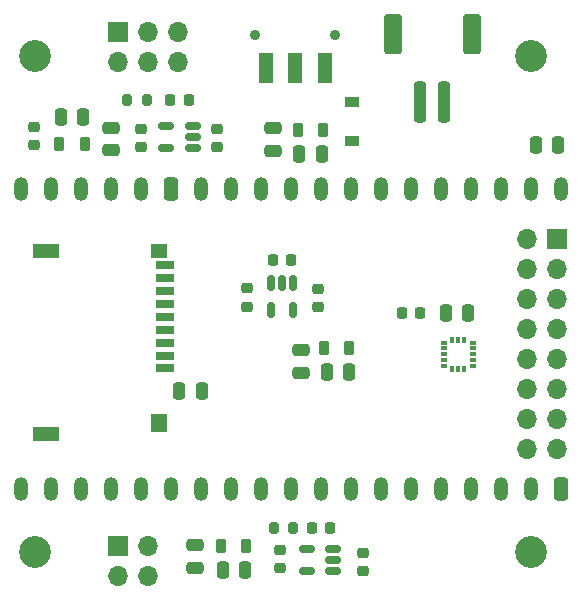
<source format=gbr>
%TF.GenerationSoftware,KiCad,Pcbnew,(6.0.0)*%
%TF.CreationDate,2022-01-16T13:15:06+00:00*%
%TF.ProjectId,OpenBCI_ESP32_BASE,4f70656e-4243-4495-9f45-535033325f42,rev?*%
%TF.SameCoordinates,Original*%
%TF.FileFunction,Soldermask,Top*%
%TF.FilePolarity,Negative*%
%FSLAX46Y46*%
G04 Gerber Fmt 4.6, Leading zero omitted, Abs format (unit mm)*
G04 Created by KiCad (PCBNEW (6.0.0)) date 2022-01-16 13:15:06*
%MOMM*%
%LPD*%
G01*
G04 APERTURE LIST*
G04 Aperture macros list*
%AMRoundRect*
0 Rectangle with rounded corners*
0 $1 Rounding radius*
0 $2 $3 $4 $5 $6 $7 $8 $9 X,Y pos of 4 corners*
0 Add a 4 corners polygon primitive as box body*
4,1,4,$2,$3,$4,$5,$6,$7,$8,$9,$2,$3,0*
0 Add four circle primitives for the rounded corners*
1,1,$1+$1,$2,$3*
1,1,$1+$1,$4,$5*
1,1,$1+$1,$6,$7*
1,1,$1+$1,$8,$9*
0 Add four rect primitives between the rounded corners*
20,1,$1+$1,$2,$3,$4,$5,0*
20,1,$1+$1,$4,$5,$6,$7,0*
20,1,$1+$1,$6,$7,$8,$9,0*
20,1,$1+$1,$8,$9,$2,$3,0*%
G04 Aperture macros list end*
%ADD10RoundRect,0.250000X-0.475000X0.250000X-0.475000X-0.250000X0.475000X-0.250000X0.475000X0.250000X0*%
%ADD11RoundRect,0.250000X0.250000X0.475000X-0.250000X0.475000X-0.250000X-0.475000X0.250000X-0.475000X0*%
%ADD12RoundRect,0.225000X0.250000X-0.225000X0.250000X0.225000X-0.250000X0.225000X-0.250000X-0.225000X0*%
%ADD13RoundRect,0.225000X-0.250000X0.225000X-0.250000X-0.225000X0.250000X-0.225000X0.250000X0.225000X0*%
%ADD14RoundRect,0.225000X-0.225000X-0.250000X0.225000X-0.250000X0.225000X0.250000X-0.225000X0.250000X0*%
%ADD15RoundRect,0.250000X0.475000X-0.250000X0.475000X0.250000X-0.475000X0.250000X-0.475000X-0.250000X0*%
%ADD16RoundRect,0.250000X-0.250000X-0.475000X0.250000X-0.475000X0.250000X0.475000X-0.250000X0.475000X0*%
%ADD17RoundRect,0.218750X-0.218750X-0.381250X0.218750X-0.381250X0.218750X0.381250X-0.218750X0.381250X0*%
%ADD18RoundRect,0.218750X0.218750X0.381250X-0.218750X0.381250X-0.218750X-0.381250X0.218750X-0.381250X0*%
%ADD19RoundRect,0.150000X-0.150000X0.512500X-0.150000X-0.512500X0.150000X-0.512500X0.150000X0.512500X0*%
%ADD20RoundRect,0.150000X0.512500X0.150000X-0.512500X0.150000X-0.512500X-0.150000X0.512500X-0.150000X0*%
%ADD21RoundRect,0.087500X-0.187500X-0.087500X0.187500X-0.087500X0.187500X0.087500X-0.187500X0.087500X0*%
%ADD22RoundRect,0.087500X-0.087500X-0.187500X0.087500X-0.187500X0.087500X0.187500X-0.087500X0.187500X0*%
%ADD23O,1.200000X2.000000*%
%ADD24RoundRect,0.300000X0.300000X0.700000X-0.300000X0.700000X-0.300000X-0.700000X0.300000X-0.700000X0*%
%ADD25R,1.600000X0.700000*%
%ADD26R,2.200000X1.200000*%
%ADD27R,1.400000X1.200000*%
%ADD28R,1.400000X1.600000*%
%ADD29R,1.200000X0.900000*%
%ADD30RoundRect,0.250000X0.250000X1.500000X-0.250000X1.500000X-0.250000X-1.500000X0.250000X-1.500000X0*%
%ADD31RoundRect,0.250001X0.499999X1.449999X-0.499999X1.449999X-0.499999X-1.449999X0.499999X-1.449999X0*%
%ADD32R,1.700000X1.700000*%
%ADD33O,1.700000X1.700000*%
%ADD34C,2.700000*%
%ADD35RoundRect,0.225000X0.225000X0.250000X-0.225000X0.250000X-0.225000X-0.250000X0.225000X-0.250000X0*%
%ADD36RoundRect,0.200000X-0.200000X-0.275000X0.200000X-0.275000X0.200000X0.275000X-0.200000X0.275000X0*%
%ADD37C,0.900000*%
%ADD38R,1.250000X2.500000*%
G04 APERTURE END LIST*
D10*
%TO.C,C33*%
X124100000Y-60175000D03*
X124100000Y-62075000D03*
%TD*%
D11*
%TO.C,C34*%
X128250000Y-62325000D03*
X126350000Y-62325000D03*
%TD*%
D12*
%TO.C,C35*%
X119400000Y-61775000D03*
X119400000Y-60225000D03*
%TD*%
D13*
%TO.C,C36*%
X131700000Y-96125000D03*
X131700000Y-97675000D03*
%TD*%
%TO.C,C37*%
X121900000Y-73725000D03*
X121900000Y-75275000D03*
%TD*%
D14*
%TO.C,C38*%
X124125000Y-71300000D03*
X125675000Y-71300000D03*
%TD*%
%TO.C,C39*%
X115425000Y-57800000D03*
X116975000Y-57800000D03*
%TD*%
%TO.C,C40*%
X127425000Y-94000000D03*
X128975000Y-94000000D03*
%TD*%
D13*
%TO.C,C41*%
X127900000Y-73775000D03*
X127900000Y-75325000D03*
%TD*%
D12*
%TO.C,C42*%
X112900000Y-61775000D03*
X112900000Y-60225000D03*
%TD*%
%TO.C,C43*%
X124700000Y-97375000D03*
X124700000Y-95825000D03*
%TD*%
D10*
%TO.C,C44*%
X126500000Y-78950000D03*
X126500000Y-80850000D03*
%TD*%
D15*
%TO.C,C45*%
X110400000Y-62000000D03*
X110400000Y-60100000D03*
%TD*%
D11*
%TO.C,C46*%
X121750000Y-97600000D03*
X119850000Y-97600000D03*
%TD*%
%TO.C,C47*%
X130550000Y-80800000D03*
X128650000Y-80800000D03*
%TD*%
D16*
%TO.C,C48*%
X106150000Y-59200000D03*
X108050000Y-59200000D03*
%TD*%
D10*
%TO.C,C49*%
X117500000Y-95450000D03*
X117500000Y-97350000D03*
%TD*%
D13*
%TO.C,C50*%
X103900000Y-60025000D03*
X103900000Y-61575000D03*
%TD*%
D17*
%TO.C,L1*%
X126237500Y-60325000D03*
X128362500Y-60325000D03*
%TD*%
%TO.C,L2*%
X128437500Y-78800000D03*
X130562500Y-78800000D03*
%TD*%
D18*
%TO.C,L3*%
X108162500Y-61500000D03*
X106037500Y-61500000D03*
%TD*%
%TO.C,L4*%
X121862500Y-95500000D03*
X119737500Y-95500000D03*
%TD*%
D19*
%TO.C,U8*%
X125850000Y-73262500D03*
X124900000Y-73262500D03*
X123950000Y-73262500D03*
X123950000Y-75537500D03*
X125850000Y-75537500D03*
%TD*%
D20*
%TO.C,U9*%
X117337500Y-61850000D03*
X117337500Y-60900000D03*
X117337500Y-59950000D03*
X115062500Y-59950000D03*
X115062500Y-61850000D03*
%TD*%
%TO.C,U10*%
X129237500Y-97650000D03*
X129237500Y-96700000D03*
X129237500Y-95750000D03*
X126962500Y-95750000D03*
X126962500Y-97650000D03*
%TD*%
D21*
%TO.C,U1*%
X138575000Y-78300000D03*
X138575000Y-78800000D03*
X138575000Y-79300000D03*
X138575000Y-79800000D03*
X138575000Y-80300000D03*
D22*
X139300000Y-80525000D03*
X139800000Y-80525000D03*
X140300000Y-80525000D03*
D21*
X141025000Y-80300000D03*
X141025000Y-79800000D03*
X141025000Y-79300000D03*
X141025000Y-78800000D03*
X141025000Y-78300000D03*
D22*
X140300000Y-78075000D03*
X139800000Y-78075000D03*
X139300000Y-78075000D03*
%TD*%
D23*
%TO.C,U2*%
X148497280Y-65303680D03*
X145957280Y-65303680D03*
X143417280Y-65303680D03*
X140877280Y-65303680D03*
X138337280Y-65303680D03*
X135797280Y-65303680D03*
X133257280Y-65303680D03*
X130717280Y-65303680D03*
X128177280Y-65303680D03*
X125637280Y-65303680D03*
X123097280Y-65303680D03*
X120557280Y-65303680D03*
X118017280Y-65303680D03*
D24*
X115477280Y-65303680D03*
D23*
X112937280Y-65303680D03*
X110397280Y-65303680D03*
X107857280Y-65303680D03*
X105317280Y-65303680D03*
X102777280Y-65303680D03*
X102780000Y-90700000D03*
X105320000Y-90700000D03*
X107857280Y-90703680D03*
X110397280Y-90703680D03*
X112937280Y-90703680D03*
X115477280Y-90703680D03*
X118017280Y-90703680D03*
X120557280Y-90703680D03*
X123097280Y-90703680D03*
X125637280Y-90703680D03*
X128177280Y-90703680D03*
X130717280Y-90703680D03*
X133257280Y-90703680D03*
X135797280Y-90703680D03*
X138337280Y-90703680D03*
X140877280Y-90703680D03*
X143417280Y-90703680D03*
X145957280Y-90703680D03*
D24*
X148497280Y-90703680D03*
%TD*%
D25*
%TO.C,XS1*%
X115000000Y-80500000D03*
X115000000Y-79400000D03*
X115000000Y-78300000D03*
X115000000Y-77200000D03*
X115000000Y-76100000D03*
D26*
X104900000Y-86050000D03*
D25*
X115000000Y-75000000D03*
D27*
X114500000Y-70550000D03*
D28*
X114500000Y-85150000D03*
D26*
X104900000Y-70550000D03*
D25*
X115000000Y-73900000D03*
X115000000Y-72800000D03*
X115000000Y-71700000D03*
%TD*%
D29*
%TO.C,D1*%
X130800000Y-61275000D03*
X130800000Y-57975000D03*
%TD*%
D30*
%TO.C,J1*%
X138600000Y-57950000D03*
X136600000Y-57950000D03*
D31*
X140950000Y-52200000D03*
X134250000Y-52200000D03*
%TD*%
D32*
%TO.C,J2*%
X111000000Y-52000000D03*
D33*
X111000000Y-54540000D03*
X113540000Y-52000000D03*
X113540000Y-54540000D03*
X116080000Y-52000000D03*
X116080000Y-54540000D03*
%TD*%
D32*
%TO.C,J3*%
X111000000Y-95500000D03*
D33*
X111000000Y-98040000D03*
X113540000Y-95500000D03*
X113540000Y-98040000D03*
%TD*%
D32*
%TO.C,J4*%
X148200000Y-69500000D03*
D33*
X145660000Y-69500000D03*
X148200000Y-72040000D03*
X145660000Y-72040000D03*
X148200000Y-74580000D03*
X145660000Y-74580000D03*
X148200000Y-77120000D03*
X145660000Y-77120000D03*
X148200000Y-79660000D03*
X145660000Y-79660000D03*
X148200000Y-82200000D03*
X145660000Y-82200000D03*
X148200000Y-84740000D03*
X145660000Y-84740000D03*
X148200000Y-87280000D03*
X145660000Y-87280000D03*
%TD*%
D34*
%TO.C,H1*%
X104000000Y-54000000D03*
%TD*%
%TO.C,H2*%
X104000000Y-96000000D03*
%TD*%
%TO.C,H3*%
X146000000Y-54000000D03*
%TD*%
%TO.C,H4*%
X146000000Y-96000000D03*
%TD*%
D16*
%TO.C,C1*%
X138750000Y-75800000D03*
X140650000Y-75800000D03*
%TD*%
%TO.C,C2*%
X116200000Y-82400000D03*
X118100000Y-82400000D03*
%TD*%
D11*
%TO.C,C3*%
X148250000Y-61600000D03*
X146350000Y-61600000D03*
%TD*%
D35*
%TO.C,C4*%
X136575000Y-75800000D03*
X135025000Y-75800000D03*
%TD*%
D36*
%TO.C,R1*%
X111775000Y-57800000D03*
X113425000Y-57800000D03*
%TD*%
D37*
%TO.C,SW1*%
X129400000Y-52300000D03*
X122600000Y-52300000D03*
D38*
X128500000Y-55050000D03*
X126000000Y-55050000D03*
X123500000Y-55050000D03*
%TD*%
D36*
%TO.C,R2*%
X124175000Y-94000000D03*
X125825000Y-94000000D03*
%TD*%
M02*

</source>
